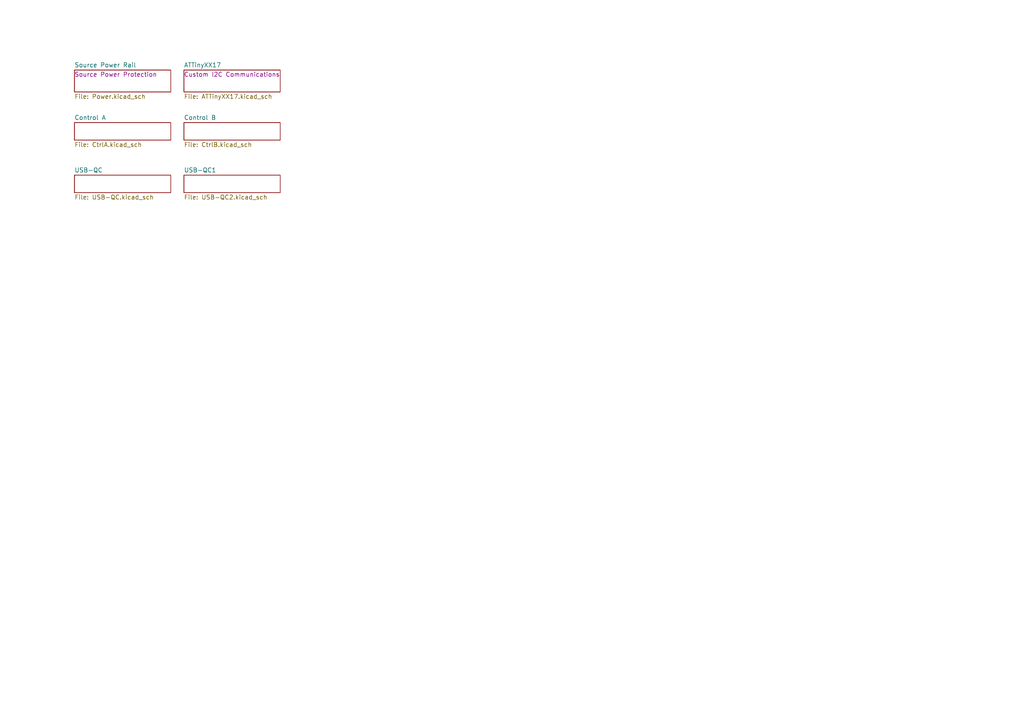
<source format=kicad_sch>
(kicad_sch (version 20211123) (generator eeschema)
  (paper "A4")
  (title_block (title "Benchtop Modular Power Strip") (date "2024-03-25") (rev "0.0.0") (company "S. A. Miller") (comment 1 "Prototype Module") (comment 2 "Blank"))
  (lib_symbols)
  (sheet (at 21.59 35.56) (size 27.94 5.08) (stroke (width 0.1524))
    (property "Sheet name" "Control A" (at 21.59 34.8484 0) (effects (justify left bottom)))
    (property "Sheet file" "CtrlA.kicad_sch" (at 21.59 41.2246 0) (effects (justify left top)))
  )
  (sheet (at 53.34 20.32) (size 27.94 6.35) (stroke (width 0.1524))
    (property "Sheet name" "ATTinyXX17" (at 53.34 19.6084 0) (effects (justify left bottom)))
    (property "Sheet file" "ATTinyXX17.kicad_sch" (at 53.34 27.2546 0) (effects (justify left top)))
    (property "Field2" "Custom I2C Communications" (at 53.34 21.59 0) (effects (justify left)))
  )
  (sheet (at 21.59 50.8) (size 27.94 5.08) (stroke (width 0.1524))
    (property "Sheet name" "USB-QC" (at 21.59 50.0884 0) (effects (justify left bottom)))
    (property "Sheet file" "USB-QC.kicad_sch" (at 21.59 56.4646 0) (effects (justify left top)))
  )
  (sheet (at 53.34 35.56) (size 27.94 5.08) (stroke (width 0.1524))
    (property "Sheet name" "Control B" (at 53.34 34.8484 0) (effects (justify left bottom)))
    (property "Sheet file" "CtrlB.kicad_sch" (at 53.34 41.2246 0) (effects (justify left top)))
  )
  (sheet (at 53.34 50.8) (size 27.94 5.08) (stroke (width 0.1524))
    (property "Sheet name" "USB-QC1" (at 53.34 50.0884 0) (effects (justify left bottom)))
    (property "Sheet file" "USB-QC2.kicad_sch" (at 53.34 56.4646 0) (effects (justify left top)))
  )
  (sheet (at 21.59 20.32) (size 27.94 6.35) (stroke (width 0.1524))
    (property "Sheet name" "Source Power Rail" (at 21.59 19.6084 0) (effects (justify left bottom)))
    (property "Sheet file" "Power.kicad_sch" (at 21.59 27.2546 0) (effects (justify left top)))
    (property "Field2" "Source Power Protection" (at 21.59 21.59 0) (effects (justify left)))
  )
)
</source>
